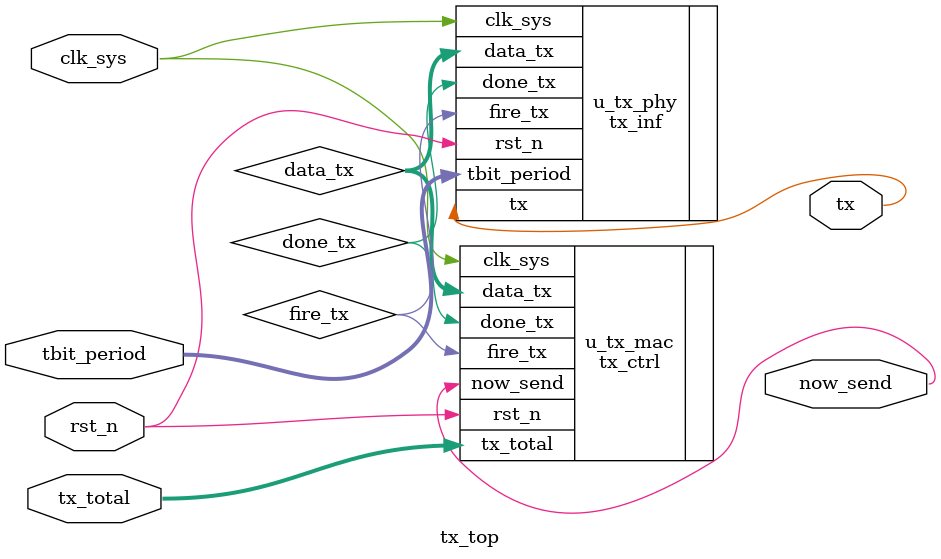
<source format=v>

module tx_top(
tx,
//configuration
tbit_period,
tx_total,
now_send,
//clk rst
clk_sys,
rst_n
);
output tx;
//configuration
input [19:0]	tbit_period;
input [31:0]	tx_total;
output				now_send;
//clk rst
input clk_sys;
input rst_n;
//-------------------------------------

wire fire_tx;
wire done_tx;
wire [7:0] data_tx;
tx_ctrl u_tx_mac(
.fire_tx(fire_tx),
.done_tx(done_tx),
.data_tx(data_tx),
//configuration
.tx_total(tx_total),
.now_send(now_send),
//clk rst
.clk_sys(clk_sys),
.rst_n(rst_n)
);


tx_inf u_tx_phy(
.tx(tx),
//control 
.fire_tx(fire_tx),
.done_tx(done_tx),
.data_tx(data_tx),
.tbit_period(tbit_period),
//clk rst
.clk_sys(clk_sys),
.rst_n(rst_n)
);



/*
reg [31:0] cnt_tx;
wire tbit_vld;
always @ (posedge clk_sys or negedge rst_n)	begin
	if(~rst_n)
		cnt_tx <= 32'h0;
	else if(tbit_vld)
		cnt_tx <= cnt_tx + 32'h1;
	else ;
end
										
reg [19:0] cnt_cycle;
always @ (posedge clk_sys or negedge rst_n)	begin
	if(~rst_n)
		cnt_cycle <= 20'h0;
	else if(cnt_cycle == tbit_period)
		cnt_cycle <= 20'h1;
	else if(cnt_tx < tx_total)
		cnt_cycle <= cnt_cycle + 20'h1;
	else ;
end

assign tbit_vld =  (cnt_cycle == tbit_period) ? 1'b1 : 1'b0;

reg tx;
always @ (posedge clk_sys or negedge rst_n)	begin
	if(~rst_n)
		tx <= 1'b1;
	else if(tbit_vld)
		tx <= ~tx;
	else ;
end
wire now_send = (cnt_tx < tx_total) ? 1'b1 : 1'b0;
*/

endmodule


</source>
